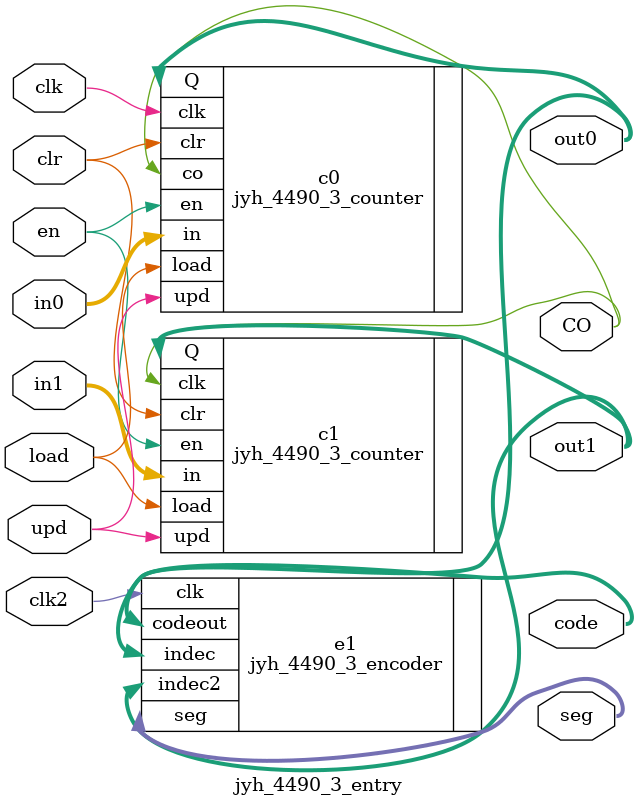
<source format=v>
module jyh_4490_3_entry(out1,		out0,		code,		seg, 		CO,
							//	十位输出 个位输出 数码管型码 数码管位码 进/借位标志位
								in1,		in0,		load,		clk,		clk2,			clr,			en,			upd);
							// 十位装载 个位装载 	装载信号 	时钟信号 	数码管时钟		清零信号 		使能信号 		正反计数标志位

output [3:0] out1;
output [3:0] out0;
output [6:0] code;
output [1:0] seg;
output CO;
input [3:0] in1;
input [3:0] in0;
input clk,load,clr,en,upd,clk2;

//个位计数器
jyh_4490_3_counter c0(
.Q(out0),
.clk(clk),
.co(CO),
.clr(clr),
.load(load),
.in(in0),
.en(en),
.upd(upd));

//十位计数器
jyh_4490_3_counter c1(
.Q(out1),
.clk(CO),
.clr(clr),
.load(load),
.in(in1),
.en(en),
.upd(upd));

jyh_4490_3_encoder e1(
.codeout(code),
.indec(out0),
.indec2(out1),
.clk(clk2),
.seg(seg)
);

endmodule

</source>
